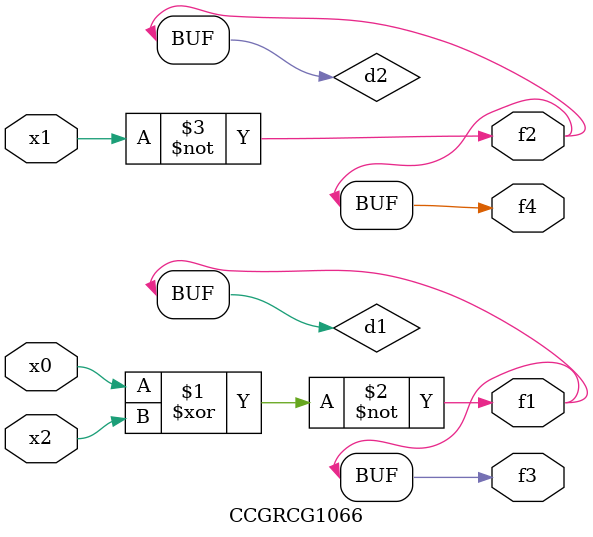
<source format=v>
module CCGRCG1066(
	input x0, x1, x2,
	output f1, f2, f3, f4
);

	wire d1, d2, d3;

	xnor (d1, x0, x2);
	nand (d2, x1);
	nor (d3, x1, x2);
	assign f1 = d1;
	assign f2 = d2;
	assign f3 = d1;
	assign f4 = d2;
endmodule

</source>
